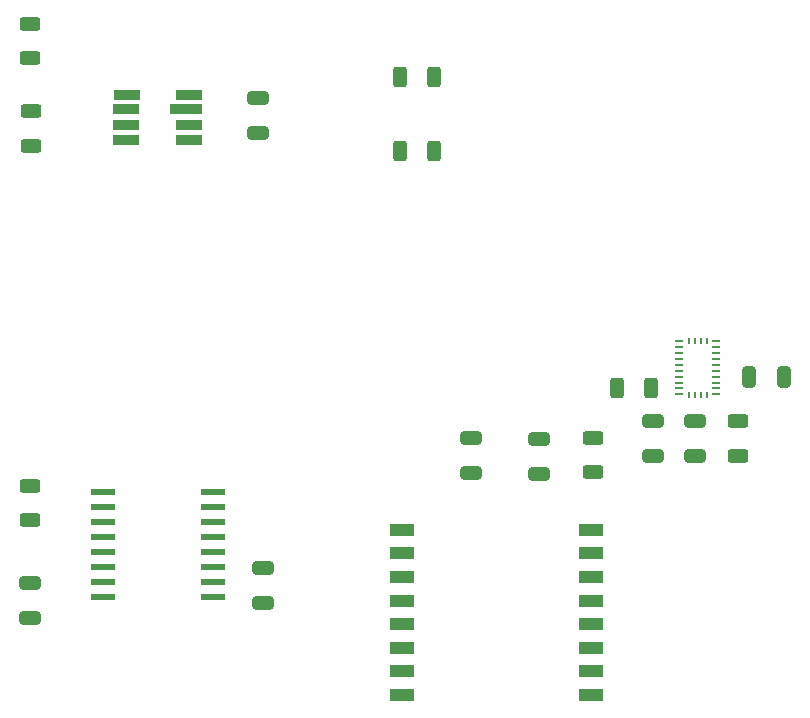
<source format=gtp>
G04 #@! TF.GenerationSoftware,KiCad,Pcbnew,(6.0.7-1)-1*
G04 #@! TF.CreationDate,2023-04-11T20:40:05-05:00*
G04 #@! TF.ProjectId,Neutro_v2,4e657574-726f-45f7-9632-2e6b69636164,v1*
G04 #@! TF.SameCoordinates,Original*
G04 #@! TF.FileFunction,Paste,Top*
G04 #@! TF.FilePolarity,Positive*
%FSLAX46Y46*%
G04 Gerber Fmt 4.6, Leading zero omitted, Abs format (unit mm)*
G04 Created by KiCad (PCBNEW (6.0.7-1)-1) date 2023-04-11 20:40:05*
%MOMM*%
%LPD*%
G01*
G04 APERTURE LIST*
G04 Aperture macros list*
%AMRoundRect*
0 Rectangle with rounded corners*
0 $1 Rounding radius*
0 $2 $3 $4 $5 $6 $7 $8 $9 X,Y pos of 4 corners*
0 Add a 4 corners polygon primitive as box body*
4,1,4,$2,$3,$4,$5,$6,$7,$8,$9,$2,$3,0*
0 Add four circle primitives for the rounded corners*
1,1,$1+$1,$2,$3*
1,1,$1+$1,$4,$5*
1,1,$1+$1,$6,$7*
1,1,$1+$1,$8,$9*
0 Add four rect primitives between the rounded corners*
20,1,$1+$1,$2,$3,$4,$5,0*
20,1,$1+$1,$4,$5,$6,$7,0*
20,1,$1+$1,$6,$7,$8,$9,0*
20,1,$1+$1,$8,$9,$2,$3,0*%
G04 Aperture macros list end*
%ADD10RoundRect,0.250000X-0.625000X0.312500X-0.625000X-0.312500X0.625000X-0.312500X0.625000X0.312500X0*%
%ADD11RoundRect,0.250000X0.650000X-0.325000X0.650000X0.325000X-0.650000X0.325000X-0.650000X-0.325000X0*%
%ADD12RoundRect,0.250000X-0.312500X-0.625000X0.312500X-0.625000X0.312500X0.625000X-0.312500X0.625000X0*%
%ADD13RoundRect,0.250000X0.325000X0.650000X-0.325000X0.650000X-0.325000X-0.650000X0.325000X-0.650000X0*%
%ADD14RoundRect,0.250000X0.625000X-0.312500X0.625000X0.312500X-0.625000X0.312500X-0.625000X-0.312500X0*%
%ADD15RoundRect,0.250000X-0.650000X0.325000X-0.650000X-0.325000X0.650000X-0.325000X0.650000X0.325000X0*%
%ADD16RoundRect,0.041300X-0.983700X-0.253700X0.983700X-0.253700X0.983700X0.253700X-0.983700X0.253700X0*%
%ADD17R,2.000000X1.000000*%
%ADD18R,2.250000X0.900000*%
%ADD19R,2.800000X0.900000*%
%ADD20R,0.675000X0.250000*%
%ADD21R,0.250000X0.575000*%
G04 APERTURE END LIST*
D10*
X135200000Y-111566500D03*
X135200000Y-114491500D03*
D11*
X135255000Y-122744000D03*
X135255000Y-119794000D03*
X188000000Y-109075000D03*
X188000000Y-106125000D03*
X154559000Y-81739000D03*
X154559000Y-78789000D03*
D12*
X184912000Y-103300000D03*
X187837000Y-103300000D03*
D13*
X199087000Y-102362000D03*
X196137000Y-102362000D03*
D14*
X195200000Y-109062500D03*
X195200000Y-106137500D03*
D10*
X135337500Y-79875000D03*
X135337500Y-82800000D03*
D12*
X166537500Y-83250000D03*
X169462500Y-83250000D03*
D10*
X135200000Y-72475000D03*
X135200000Y-75400000D03*
D15*
X155000000Y-118525000D03*
X155000000Y-121475000D03*
X178308000Y-107618000D03*
X178308000Y-110568000D03*
D10*
X182880000Y-107503500D03*
X182880000Y-110428500D03*
D16*
X141403000Y-112125000D03*
X141403000Y-113395000D03*
X141403000Y-114665000D03*
X141403000Y-115935000D03*
X141403000Y-117205000D03*
X141403000Y-118475000D03*
X141403000Y-119745000D03*
X141403000Y-121015000D03*
X150713000Y-121015000D03*
X150713000Y-119745000D03*
X150713000Y-118475000D03*
X150713000Y-117205000D03*
X150713000Y-115935000D03*
X150713000Y-114665000D03*
X150713000Y-113395000D03*
X150713000Y-112125000D03*
D12*
X166537500Y-77000000D03*
X169462500Y-77000000D03*
D11*
X191516000Y-109075000D03*
X191516000Y-106125000D03*
D17*
X166752000Y-115301000D03*
X166752000Y-117301000D03*
X166752000Y-119301000D03*
X166752000Y-121301000D03*
X166752000Y-123301000D03*
X166752000Y-125301000D03*
X166752000Y-127301000D03*
X166752000Y-129301000D03*
X182752000Y-129301000D03*
X182752000Y-127301000D03*
X182752000Y-125301000D03*
X182752000Y-123301000D03*
X182752000Y-121301000D03*
X182752000Y-119301000D03*
X182752000Y-117301000D03*
X182752000Y-115301000D03*
D18*
X148733000Y-82276000D03*
X148733000Y-81026000D03*
D19*
X148458000Y-79726000D03*
D18*
X148733000Y-78476000D03*
X143430500Y-78476000D03*
X143383000Y-79726000D03*
X143383000Y-81026000D03*
X143383000Y-82276000D03*
D20*
X190207500Y-103850000D03*
D21*
X191020000Y-103912500D03*
X191520000Y-103912500D03*
X192020000Y-103912500D03*
X192520000Y-103912500D03*
D20*
X193332500Y-103850000D03*
X193332500Y-103350000D03*
X193332500Y-102850000D03*
X193332500Y-102350000D03*
X193332500Y-101850000D03*
X193332500Y-101350000D03*
X193332500Y-100850000D03*
X193332500Y-100350000D03*
X193332500Y-99850000D03*
X193332500Y-99350000D03*
D21*
X192520000Y-99287500D03*
X192020000Y-99287500D03*
X191520000Y-99287500D03*
X191020000Y-99287500D03*
D20*
X190207500Y-99350000D03*
X190207500Y-99850000D03*
X190207500Y-100350000D03*
X190207500Y-100850000D03*
X190207500Y-101350000D03*
X190207500Y-101850000D03*
X190207500Y-102350000D03*
X190207500Y-102850000D03*
X190207500Y-103350000D03*
D15*
X172593000Y-107540000D03*
X172593000Y-110490000D03*
M02*

</source>
